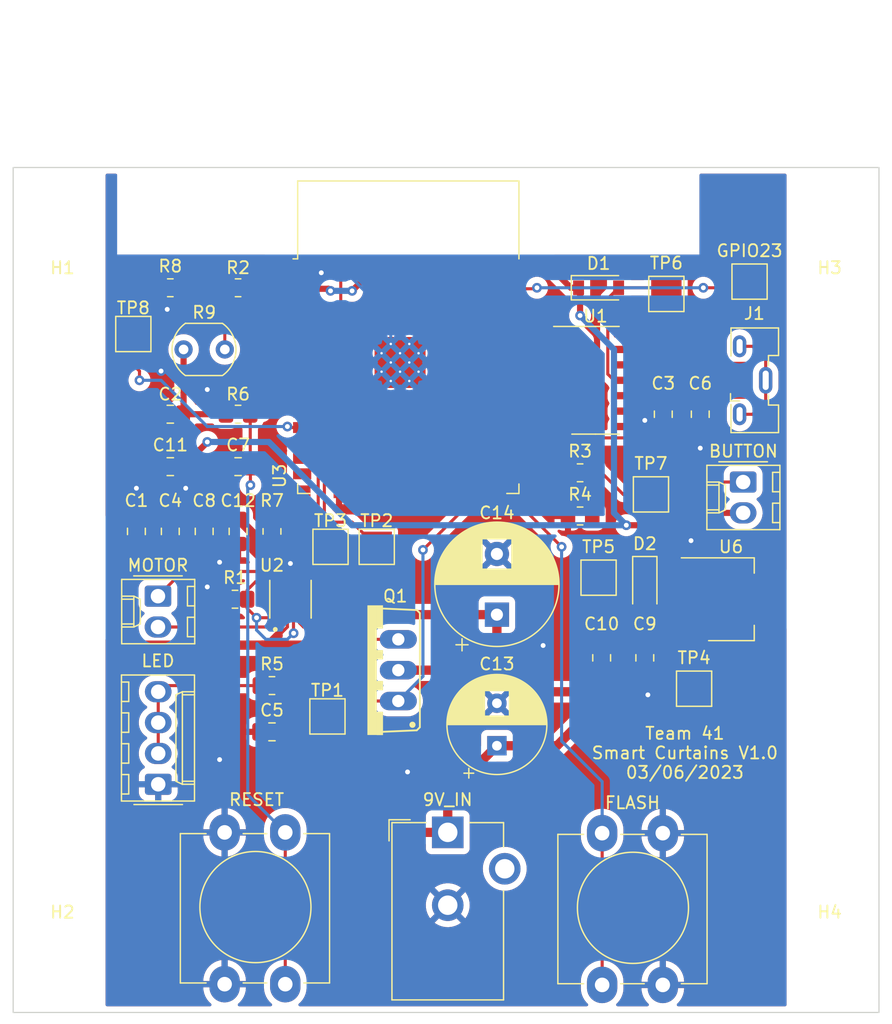
<source format=kicad_pcb>
(kicad_pcb (version 20211014) (generator pcbnew)
  (layers (0 "F.Cu" signal) (31 "B.Cu" signal) (34 "B.Paste" user) (35 "F.Paste" user) (36 "B.SilkS" user "B.Silkscreen") (37 "F.SilkS" user "F.Silkscreen") (38 "B.Mask" user) (39 "F.Mask" user) (44 "Edge.Cuts" user))
  (net 0 "")
  (net 1 "Net-(C3-Pad1)")
  (net 2 "GND")
  (net 3 "+9V")
  (net 4 "/FWD")
  (net 5 "/REV")
  (net 6 "Net-(J1-Pad2)")
  (net 7 "/V_PHOTO")
  (net 8 "Net-(C7-Pad1)")
  (net 9 "+3V3")
  (net 10 "Net-(C10-Pad1)")
  (net 11 "Net-(J1-Pad3)")
  (net 13 "unconnected-(J1-Pad6)")
  (net 14 "Net-(U2-Pad11)")
  (net 15 "/LED")
  (net 16 "/SNS")
  (net 17 "Net-(Q1-PadS)")
  (net 18 "Net-(R2-Pad1)")
  (net 19 "Net-(R3-Pad1)")
  (net 20 "Net-(R7-Pad1)")
  (net 22 "/TXD0")
  (net 23 "/RXD0")
  (net 48 "Net-(C6-Pad1)")
  (net 53 "Net-(SW2-Pad1)")
  (net 56 "Net-(R3-Pad2)")
  (net 57 "Net-(U2-Pad2)")
  (net 58 "Net-(R5-Pad2)")
  (net 59 "Net-(TP8-Pad1)")
  (net 60 "Net-(U3-Pad37)")
  (footprint "Capacitor_SMD:C_0805_2012Metric_Pad1.18x1.45mm_HandSolder" (layer "F.Cu") (at 134.112 97.028 180)
    (fp_text reference "C5")
    (fp_text value "1u")
  )
  (footprint "Resistor_SMD:R_0805_2012Metric_Pad1.20x1.40mm_HandSolder" (layer "F.Cu") (at 131.318 70.866)
    (fp_text reference "R6")
    (fp_text value "10k")
  )
  (footprint "TestPoint:TestPoint_Pad_2.5x2.5mm" (layer "F.Cu") (at 161.036 84.328)
    (fp_text reference "TP5")
    (fp_text value "TestPoint")
  )
  (footprint "Connector_Molex:Molex_KK-254_AE-6410-04A_1x04_P2.54mm_Vertical" (layer "F.Cu") (at 124.734 101.346 90)
    (fp_text reference "J4" hide)
    (fp_text value "LED")
  )
  (footprint "Capacitor_SMD:C_0805_2012Metric_Pad1.18x1.45mm_HandSolder" (layer "F.Cu") (at 164.846 90.932 -90)
    (fp_text reference "C9")
    (fp_text value "10u")
  )
  (footprint "Capacitor_SMD:C_0805_2012Metric_Pad1.18x1.45mm_HandSolder" (layer "F.Cu") (at 166.37 70.866 -90)
    (fp_text reference "C3")
    (fp_text value ".47u")
  )
  (footprint "Capacitor_SMD:C_0805_2012Metric_Pad1.18x1.45mm_HandSolder" (layer "F.Cu") (at 128.524 80.518 -90)
    (fp_text reference "C8")
    (fp_text value "10u")
  )
  (footprint "Button_Switch_THT:SW_PUSH-12mm_Wuerth-430476085716" (layer "F.Cu") (at 130.208 117.81 90)
    (fp_text reference "SW1" hide)
    (fp_text value "RESET")
  )
  (footprint "Capacitor_THT:CP_Radial_D10.0mm_P5.00mm" (layer "F.Cu") (at 152.654 87.376 90)
    (fp_text reference "C14")
    (fp_text value "470u")
  )
  (footprint "TestPoint:TestPoint_Pad_2.5x2.5mm" (layer "F.Cu") (at 138.938 81.788)
    (fp_text reference "TP3")
    (fp_text value "TestPoint")
  )
  (footprint "Package_SO:SOIC-14_3.9x8.7mm_P1.27mm" (layer "F.Cu") (at 160.782 68.072)
    (fp_text reference "U1")
    (fp_text value "MCP2221AxSL")
  )
  (footprint "Capacitor_SMD:C_0805_2012Metric_Pad1.18x1.45mm_HandSolder" (layer "F.Cu") (at 122.936 80.518 -90)
    (fp_text reference "C1")
    (fp_text value ".1u")
  )
  (footprint "TestPoint:TestPoint_Pad_2.5x2.5mm" (layer "F.Cu") (at 166.624 60.96)
    (fp_text reference "TP6")
    (fp_text value "TestPoint")
  )
  (footprint "MountingHole:MountingHole_3.2mm_M3" (layer "F.Cu") (at 180.086 54.61 180)
    (fp_text reference "H3")
    (fp_text value "MountingHole")
  )
  (footprint "Resistor_SMD:R_0805_2012Metric_Pad1.20x1.40mm_HandSolder" (layer "F.Cu") (at 131.064 86.106 180)
    (fp_text reference "R1")
    (fp_text value "1k")
  )
  (footprint "Capacitor_SMD:C_0805_2012Metric_Pad1.18x1.45mm_HandSolder" (layer "F.Cu") (at 169.418 70.866 -90)
    (fp_text reference "C6")
    (fp_text value "1u")
  )
  (footprint "Button_Switch_THT:SW_PUSH-12mm_Wuerth-430476085716" (layer "F.Cu") (at 161.33 117.872 90)
    (fp_text reference "SW2" hide)
    (fp_text value "FLASH")
  )
  (footprint "Diode_SMD:D_SOD-123" (layer "F.Cu") (at 161.036 60.452)
    (fp_text reference "D1")
    (fp_text value "MBR0520")
  )
  (footprint "Resistor_SMD:R_0805_2012Metric_Pad1.20x1.40mm_HandSolder" (layer "F.Cu") (at 159.512 75.692 180)
    (fp_text reference "R3")
    (fp_text value "1k")
  )
  (footprint "Connector_Molex:Molex_KK-254_AE-6410-02A_1x02_P2.54mm_Vertical" (layer "F.Cu") (at 172.954 76.454 -90)
    (fp_text reference "J5" hide)
    (fp_text value "BUTTON")
  )
  (footprint "Capacitor_SMD:C_0805_2012Metric_Pad1.18x1.45mm_HandSolder" (layer "F.Cu") (at 131.318 75.184 180)
    (fp_text reference "C7")
    (fp_text value "1u")
  )
  (footprint "Capacitor_SMD:C_0805_2012Metric_Pad1.18x1.45mm_HandSolder" (layer "F.Cu") (at 161.29 90.932 -90)
    (fp_text reference "C10")
    (fp_text value "22u")
  )
  (footprint "Capacitor_SMD:C_0805_2012Metric_Pad1.18x1.45mm_HandSolder" (layer "F.Cu") (at 125.73 75.184 180)
    (fp_text reference "C11")
    (fp_text value "22u")
  )
  (footprint "Connector_BarrelJack:BarrelJack_CUI_PJ-102AH_Horizontal" (layer "F.Cu") (at 148.602 105.306)
    (fp_text reference "J2" hide)
    (fp_text value "9V_IN")
  )
  (footprint "TestPoint:TestPoint_Pad_2.5x2.5mm" (layer "F.Cu") (at 165.354 77.47)
    (fp_text reference "TP7")
    (fp_text value "TestPoint")
  )
  (footprint "IRF520:TO220BV" (layer "F.Cu") (at 141.986 91.948 90)
    (fp_text reference "Q1")
    (fp_text value "IRF520")
  )
  (footprint "Resistor_SMD:R_0805_2012Metric_Pad1.20x1.40mm_HandSolder" (layer "F.Cu") (at 134.112 93.218 180)
    (fp_text reference "R5")
    (fp_text value "1k")
  )
  (footprint "Resistor_SMD:R_0805_2012Metric_Pad1.20x1.40mm_HandSolder" (layer "F.Cu") (at 131.318 60.452)
    (fp_text reference "R2")
    (fp_text value "1k")
  )
  (footprint "RF_Module:ESP32-WROOM-32" (layer "F.Cu") (at 145.35 67.515)
    (fp_text reference "U3")
    (fp_text value "ESP32-WROOM-32")
  )
  (footprint "Capacitor_SMD:C_0805_2012Metric_Pad1.18x1.45mm_HandSolder" (layer "F.Cu") (at 125.73 80.518 -90)
    (fp_text reference "C4")
    (fp_text value "1u")
  )
  (footprint "Resistor_SMD:R_0805_2012Metric_Pad1.20x1.40mm_HandSolder" (layer "F.Cu") (at 159.512 79.248 180)
    (fp_text reference "R4")
    (fp_text value "1k")
  )
  (footprint "TestPoint:TestPoint_Pad_2.5x2.5mm" (layer "F.Cu") (at 122.682 64.262)
    (fp_text reference "TP8")
    (fp_text value "TestPoint")
  )
  (footprint "TestPoint:TestPoint_Pad_2.5x2.5mm" (layer "F.Cu") (at 168.91 93.472)
    (fp_text reference "TP4")
    (fp_text value "TestPoint")
  )
  (footprint "Diode_SMD:D_SOD-123" (layer "F.Cu") (at 164.846 84.836 -90)
    (fp_text reference "D2")
    (fp_text value "MBR0520")
  )
  (footprint "MAX14872ETC_:SON50P300X300X80-13N" (layer "F.Cu") (at 135.636 86.106 90)
    (fp_text reference "U2")
    (fp_text value "MAX14872ETC+")
  )
  (footprint "MountingHole:MountingHole_3.2mm_M3" (layer "F.Cu") (at 180.086 116.078)
    (fp_text reference "H4")
    (fp_text value "MountingHole")
  )
  (footprint "Resistor_SMD:R_0805_2012Metric_Pad1.20x1.40mm_HandSolder" (layer "F.Cu") (at 125.73 60.452 180)
    (fp_text reference "R8")
    (fp_text value "20k")
  )
  (footprint "MountingHole:MountingHole_3.2mm_M3" (layer "F.Cu") (at 116.84 116.078)
    (fp_text reference "H2")
    (fp_text value "MountingHole")
  )
  (footprint "Capacitor_THT:CP_Radial_D8.0mm_P3.50mm" (layer "F.Cu") (at 152.654 98.172651 90)
    (fp_text reference "C13")
    (fp_text value "220u")
  )
  (footprint "TestPoint:TestPoint_Pad_2.5x2.5mm" (layer "F.Cu") (at 138.684 95.758)
    (fp_text reference "TP1")
    (fp_text value "TestPoint")
  )
  (footprint "Package_TO_SOT_SMD:SOT-223" (layer "F.Cu") (at 171.958 86.106)
    (fp_text reference "U6")
    (fp_text value "AZ1117-3.3")
  )
  (footprint "TestPoint:TestPoint_Pad_2.5x2.5mm" (layer "F.Cu") (at 173.482 59.944)
    (fp_text reference "GPIO23")
    (fp_text value "TestPoint")
  )
  (footprint "TestPoint:TestPoint_Pad_2.5x2.5mm" (layer "F.Cu") (at 142.748 81.788)
    (fp_text reference "TP2")
    (fp_text value "TestPoint")
  )
  (footprint "Connector_Molex:Molex_KK-254_AE-6410-02A_1x02_P2.54mm_Vertical" (layer "F.Cu") (at 124.714 85.852 -90)
    (fp_text reference "J3" hide)
    (fp_text value "MOTOR")
  )
  (footprint "MountingHole:MountingHole_3.2mm_M3" (layer "F.Cu") (at 116.84 54.61 180)
    (fp_text reference "H1")
    (fp_text value "MountingHole")
  )
  (footprint "Capacitor_SMD:C_0805_2012Metric_Pad1.18x1.45mm_HandSolder" (layer "F.Cu") (at 125.73 70.866 180)
    (fp_text reference "C2")
    (fp_text value ".1u")
  )
  (footprint "Capacitor_SMD:C_0805_2012Metric_Pad1.18x1.45mm_HandSolder" (layer "F.Cu") (at 131.318 80.518 -90)
    (fp_text reference "C12")
    (fp_text value "22u")
  )
  (footprint "Resistor_SMD:R_0805_2012Metric_Pad1.20x1.40mm_HandSolder" (layer "F.Cu") (at 134.112 80.518 90)
    (fp_text reference "R7")
    (fp_text value "10k")
  )
  (footprint "Connector_USB:USB_Micro-B_Molex-105133-0031" (layer "F.Cu") (at 173.736 68.072 90)
    (fp_text reference "J1")
    (fp_text value "USB_B_Micro")
  )
  (footprint "OptoDevice:R_LDR_5.1x4.3mm_P3.4mm_Vertical" (layer "F.Cu") (at 126.824 65.532)
    (fp_text reference "R9")
    (fp_text value "R_Photo")
  )
  (gr_rect (start 184.15 50.546) (end 112.776 120.142) (layer "Edge.Cuts") (width 0.1) (fill none))
  (gr_text "Team 41\nSmart Curtains V1.0\n03/06/2023\n\n" (at 168.148 99.568) (layer "F.SilkS") (effects (font (size 1 1))))
  (segment (start 164.084 68.072) (end 163.257 68.072) (width 0.254) (layer "F.Cu") (net 1))
  (segment (start 161.798 61.34) (end 161.798 67.564) (width 0.254) (layer "F.Cu") (net 1))
  (segment (start 166.37 69.8285) (end 165.8405 69.8285) (width 0.254) (layer "F.Cu") (net 1))
  (segment (start 161.798 67.564) (end 162.306 68.072) (width 0.254) (layer "F.Cu") (net 1))
  (segment (start 166.37 60.452) (end 166.624 60.706) (width 0.254) (layer "F.Cu") (net 1))
  (segment (start 165.8405 69.8285) (end 164.084 68.072) (width 0.254) (layer "F.Cu") (net 1))
  (segment (start 162.306 68.072) (end 163.257 68.072) (width 0.254) (layer "F.Cu") (net 1))
  (segment (start 162.686 60.452) (end 166.37 60.452) (width 0.254) (layer "F.Cu") (net 1))
  (segment (start 162.686 60.452) (end 161.798 61.34) (width 0.254) (layer "F.Cu") (net 1))
  (segment (start 136.6485 59.2165) (end 136.6 59.265) (width 0.254) (layer "F.Cu") (net 2))
  (segment (start 135.886 84.661) (end 135.886 83.41652) (width 0.254) (layer "F.Cu") (net 2))
  (segment (start 167.61 66.772) (end 165.1 64.262) (width 0.254) (layer "F.Cu") (net 2))
  (segment (start 172.911 66.772) (end 167.61 66.772) (width 0.254) (layer "F.Cu") (net 2))
  (segment (start 144.67 66.605) (end 145.485 66.605) (width 0.254) (layer "F.Cu") (net 2))
  (segment (start 165.1 64.262) (end 163.257 64.262) (width 0.254) (layer "F.Cu") (net 2))
  (segment (start 135.886 83.41652) (end 135.631016 83.161536) (width 0.254) (layer "F.Cu") (net 2))
  (segment (start 138.176 59.2165) (end 136.6485 59.2165) (width 0.254) (layer "F.Cu") (net 2))
  (via (at 164.846 71.374) (size 0.8) (drill 0.4) (layers "F.Cu" "B.Cu") (net 2))
  (via (at 128.778 68.834) (size 0.8) (drill 0.4) (layers "F.Cu" "B.Cu") (net 2))
  (via (at 129.794 83.058) (size 0.8) (drill 0.4) (layers "F.Cu" "B.Cu") (net 2))
  (via (at 122.936 76.962) (size 0.8) (drill 0.4) (layers "F.Cu" "B.Cu") (net 2))
  (via (at 165.1 93.98) (size 0.8) (drill 0.4) (layers "F.Cu" "B.Cu") (net 2))
  (via (at 124.968 67.31) (size 0.8) (drill 0.4) (layers "F.Cu" "B.Cu") (net 2))
  (via (at 168.656 81.28) (size 0.8) (drill 0.4) (layers "F.Cu" "B.Cu") (net 2))
  (via (at 138.176 59.2165) (size 0.8) (drill 0.4) (layers "F.Cu" "B.Cu") (net 2))
  (via (at 127 76.962) (size 0.8) (drill 0.4) (layers "F.Cu" "B.Cu") (net 2))
  (via (at 145.288 100.33) (size 0.8) (drill 0.4) (layers "F.Cu" "B.Cu") (net 2))
  (via (at 125.476 62.23) (size 0.8) (drill 0.4) (layers "F.Cu" "B.Cu") (net 2))
  (via (at 169.418 73.66) (size 0.8) (drill 0.4) (layers "F.Cu" "B.Cu") (net 2))
  (via (at 128.778 85.09) (size 0.8) (drill 0.4) (layers "F.Cu" "B.Cu") (net 2))
  (via (at 156.464 89.916) (size 0.8) (drill 0.4) (layers "F.Cu" "B.Cu") (net 2))
  (via (at 135.631016 83.161536) (size 0.8) (drill 0.4) (layers "F.Cu" "B.Cu") (net 2))
  (via (at 129.794 99.314) (size 0.8) (drill 0.4) (layers "F.Cu" "B.Cu") (net 2))
  (segment (start 140.254634 59.2165) (end 138.176 59.2165) (width 0.254) (layer "B.Cu") (net 2))
  (segment (start 143.9075 65.08) (end 143.9075 62.869366) (width 0.254) (layer "B.Cu") (net 2))
  (segment (start 143.9075 62.869366) (end 140.254634 59.2165) (width 0.254) (layer "B.Cu") (net 2))
  (segment (start 122.936 79.4805) (end 125.73 79.4805) (width 0.762) (layer "F.Cu") (net 3))
  (segment (start 131.318 79.4805) (end 132.624 80.7865) (width 0.762) (layer "F.Cu") (net 3))
  (segment (start 135.386 83.943948) (end 134.754052 83.312) (width 0.254) (layer "F.Cu") (net 3))
  (segment (start 135.386 84.661) (end 135.386 83.943948) (width 0.254) (layer "F.Cu") (net 3))
  (segment (start 128.524 79.4805) (end 131.318 79.4805) (width 0.762) (layer "F.Cu") (net 3))
  (segment (start 152.654 89.662) (end 152.654 87.376) (width 0.762) (layer "F.Cu") (net 3))
  (segment (start 143.4275 105.306) (end 148.602 105.306) (width 0.762) (layer "F.Cu") (net 3))
  (segment (start 133.858 83.312) (end 133.604 83.058) (width 0.254) (layer "F.Cu") (net 3))
  (segment (start 141.732 87.376) (end 139.221286 89.886714) (width 0.762) (layer "F.Cu") (net 3))
  (segment (start 153.162 91.948) (end 144.526 91.948) (width 0.762) (layer "F.Cu") (net 3))
  (segment (start 132.624 82.078) (end 133.604 83.058) (width 0.762) (layer "F.Cu") (net 3))
  (segment (start 122.398714 89.886714) (end 121.158 88.646) (width 0.762) (layer "F.Cu") (net 3))
  (segment (start 154.051 91.059) (end 153.162 91.948) (width 0.762) (layer "F.Cu") (net 3))
  (segment (start 121.158 80.01) (end 121.6875 79.4805) (width 0.762) (layer "F.Cu") (net 3))
  (segment (start 135.386 88.388) (end 134.674 89.1) (width 0.254) (layer "F.Cu") (net 3))
  (segment (start 152.654 87.376) (end 141.732 87.376) (width 0.762) (layer "F.Cu") (net 3))
  (segment (start 135.386 87.551) (end 135.386 88.388) (width 0.254) (layer "F.Cu") (net 3))
  (segment (start 134.674 89.1) (end 134.62 89.1) (width 0.254) (layer "F.Cu") (net 3))
  (segment (start 154.051 91.059) (end 152.654 89.662) (width 0.762) (layer "F.Cu") (net 3))
  (segment (start 166.3345 88.406) (end 164.846 89.8945) (width 0.762) (layer "F.Cu") (net 3))
  (segment (start 133.320714 89.886714) (end 122.398714 89.886714) (width 0.762) (layer "F.Cu") (net 3))
  (segment (start 163.54 92.238) (end 162.052 93.726) (width 0.762) (layer "F.Cu") (net 3))
  (segment (start 164.846 89.8945) (end 163.54 91.2005) (width 0.762) (layer "F.Cu") (net 3))
  (segment (start 148.602 102.224651) (end 152.654 98.172651) (width 0.762) (layer "F.Cu") (net 3))
  (segment (start 133.320714 89.886714) (end 133.833286 89.886714) (width 0.762) (layer "F.Cu") (net 3))
  (segment (start 162.052 93.726) (end 157.605349 98.172651) (width 0.762) (layer "F.Cu") (net 3))
  (segment (start 156.718 93.726) (end 154.051 91.059) (width 0.762) (layer "F.Cu") (net 3))
  (segment (start 168.808 88.406) (end 166.3345 88.406) (width 0.762) (layer "F.Cu") (net 3))
  (segment (start 133.833286 89.886714) (end 134.62 89.1) (width 0.762) (layer "F.Cu") (net 3))
  (segment (start 148.602 105.306) (end 148.602 102.224651) (width 0.762) (layer "F.Cu") (net 3))
  (segment (start 163.54 91.2005) (end 163.54 92.238) (width 0.762) (layer "F.Cu") (net 3))
  (segment (start 133.320714 89.886714) (end 139.221286 89.886714) (width 0.762) (layer "F.Cu") (net 3))
  (segment (start 135.1495 97.028) (end 143.4275 105.306) (width 0.762) (layer "F.Cu") (net 3))
  (segment (start 134.754052 83.312) (end 133.858 83.312) (width 0.254) (layer "F.Cu") (net 3))
  (segment (start 157.605349 98.172651) (end 152.654 98.172651) (width 0.762) (layer "F.Cu") (net 3))
  (segment (start 132.624 80.7865) (end 132.624 82.078) (width 0.762) (layer "F.Cu") (net 3))
  (segment (start 168.808 88.406) (end 168.808 93.066) (width 0.762) (layer "F.Cu") (net 3))
  (segment (start 162.052 93.726) (end 156.718 93.726) (width 0.762) (layer "F.Cu") (net 3))
  (segment (start 121.6875 79.4805) (end 122.936 79.4805) (width 0.762) (layer "F.Cu") (net 3))
  (segment (start 121.158 88.646) (end 121.158 80.01) (width 0.762) (layer "F.Cu") (net 3))
  (segment (start 125.73 79.4805) (end 128.524 79.4805) (width 0.762) (layer "F.Cu") (net 3))
  (segment (start 136.714297 88.392) (end 138.176 88.392) (width 0.254) (layer "F.Cu") (net 4))
  (segment (start 142.748 81.788) (end 140.716 79.756) (width 0.254) (layer "F.Cu") (net 4))
  (segment (start 142.748 83.82) (end 142.748 81.788) (width 0.254) (layer "F.Cu") (net 4))
  (segment (start 139.192 79.756) (end 138.43 78.994) (width 0.254) (layer "F.Cu") (net 4))
  (segment (start 136.386 87.551) (end 136.386 88.063703) (width 0.254) (layer "F.Cu") (net 4))
  (segment (start 138.43 78.994) (end 138.43 75.438) (width 0.254) (layer "F.Cu") (net 4))
  (segment (start 140.716 79.756) (end 139.192 79.756) (width 0.254) (layer "F.Cu") (net 4))
  (segment (start 141.532 72.336) (end 148.39 72.336) (width 0.254) (layer "F.Cu") (net 4))
  (segment (start 138.43 75.438) (end 141.532 72.336) (width 0.254) (layer "F.Cu") (net 4))
  (segment (start 151.301 69.425) (end 154.1 69.425) (width 0.254) (layer "F.Cu") (net 4))
  (segment (start 138.176 88.392) (end 142.748 83.82) (width 0.254) (layer "F.Cu") (net 4))
  (segment (start 136.386 88.063703) (end 136.714297 88.392) (width 0.254) (layer "F.Cu") (net 4))
  (segment (start 148.39 72.336) (end 151.301 69.425) (width 0.254) (layer "F.Cu") (net 4))
  (segment (start 138.938 86.36) (end 138.938 81.788) (width 0.254) (layer "F.Cu") (net 5))
  (segment (start 137.747 87.551) (end 138.938 86.36) (width 0.254) (layer "F.Cu") (net 5))
  (segment (start 137.922 80.772) (end 137.922 75.184) (width 0.254) (layer "F.Cu") (net 5))
  (segment (start 138.938 81.788) (end 137.922 80.772) (width 0.254) (layer "F.Cu") (net 5))
  (segment (start 136.886 87.551) (end 137.747 87.551) (width 0.254) (layer "F.Cu") (net 5))
  (segment (start 151.809 68.155) (end 154.1 68.155) (width 0.254) (layer "F.Cu") (net 5))
  (segment (start 141.224 71.882) (end 148.082 71.882) (width 0.254) (layer "F.Cu") (net 5))
  (segment (start 148.082 71.882) (end 151.809 68.155) (width 0.254) (layer "F.Cu") (net 5))
  (segment (start 137.922 75.184) (end 141.224 71.882) (width 0.254) (layer "F.Cu") (net 5))
  (segment (start 166.766 68.722) (end 164.846 66.802) (width 0.254) (layer "F.Cu") (net 6))
  (segment (start 164.846 66.802) (end 163.257 66.802) (width 0.254) (layer "F.Cu") (net 6))
  (segment (start 172.911 68.722) (end 166.766 68.722) (width 0.254) (layer "F.Cu") (net 6))
  (segment (start 138.938 58.166) (end 139.783 59.011) (width 0.254) (layer "F.Cu") (net 7))
  (segment (start 138.938 63.075) (end 136.6 63.075) (width 0.25) (layer "F.Cu") (net 7))
  (segment (start 139.783 59.436) (end 139.783 62.23) (width 0.25) (layer "F.Cu") (net 7))
  (segment (start 132.318 60.452) (end 132.318 60.128) (width 0.254) (layer "F.Cu") (net 7))
  (segment (start 139.783 62.23) (end 138.938 63.075) (width 0.25) (layer "F.Cu") (net 7))
  (segment (start 132.318 60.128) (end 134.28 58.166) (width 0.254) (layer "F.Cu") (net 7))
  (segment (start 134.28 58.166) (end 138.938 58.166) (width 0.254) (layer "F.Cu") (net 7))
  (segment (start 139.783 59.011) (end 139.783 59.436) (width 0.254) (layer "F.Cu") (net 7))
  (segment (start 132.318 70.866) (end 133.35 70.866) (width 0.254) (layer "F.Cu") (net 8))
  (segment (start 134.112 70.104) (end 134.112 62.738) (width 0.254) (layer "F.Cu") (net 8))
  (segment (start 132.318 70.866) (end 132.318 75.1465) (width 0.254) (layer "F.Cu") (net 8))
  (segment (start 135.208 105.31) (end 135.208 117.81) (width 0.254) (layer "F.Cu") (net 8))
  (segment (start 135.465 61.805) (end 136.6 61.805) (width 0.25) (layer "F.Cu") (net 8))
  (segment (start 134.112 62.738) (end 135.045 61.805) (width 0.254) (layer "F.Cu") (net 8))
  (segment (start 133.35 70.866) (end 134.112 70.104) (width 0.254) (layer "F.Cu") (net 8))
  (segment (start 135.045 61.805) (end 135.465 61.805) (width 0.254) (layer "F.Cu") (net 8))
  (segment (start 132.318 75.1465) (end 132.3555 75.184) (width 0.254) (layer "F.Cu") (net 8))
  (segment (start 132.334 75.2055) (end 132.3555 75.184) (width 0.254) (layer "F.Cu") (net 8))
  (segment (start 132.334 76.708) (end 132.334 75.2055) (width 0.254) (layer "F.Cu") (net 8))
  (via (at 132.334 76.708) (size 0.8) (drill 0.4) (layers "F.Cu" "B.Cu") (net 8))
  (segment (start 132.334 76.708) (end 132.115 76.927) (width 0.254) (layer "B.Cu") (net 8))
  (segment (start 132.115 76.927) (end 132.115 102.217) (width 0.254) (layer "B.Cu") (net 8))
  (segment (start 132.115 102.217) (end 135.208 105.31) (width 0.254) (layer "B.Cu") (net 8))
  (segment (start 168.402 78.994) (end 172.954 78.994) (width 0.508) (layer "F.Cu") (net 9))
  (segment (start 128.778 73.152) (end 128.778 73.1735) (width 0.508) (layer "F.Cu") (net 9))
  (segment (start 128.778 73.1735) (end 126.7675 75.184) (width 0.508) (layer "F.Cu") (net 9))
  (segment (start 132.842 68.342) (end 132.842 62.484) (width 0.508) (layer "F.Cu") (net 9))
  (segment (start 126.824 65.532) (end 126.824 70.8095) (width 0.508) (layer "F.Cu") (net 9))
  (segment (start 126.824 70.8095) (end 126.7675 70.866) (width 0.508) (layer "F.Cu") (net 9))
  (segment (start 159.512 62.738) (end 159.512 60.578) (width 0.508) (layer "F.Cu") (net 9))
  (segment (start 126.7675 70.866) (end 126.7675 75.184) (width 0.508) (layer "F.Cu") (net 9))
  (segment (start 136.6 60.535) (end 138.767 60.535) (width 0.508) (layer "F.Cu") (net 9))
  (segment (start 167.386 80.01) (end 163.322 80.01) (width 0.508) (layer "F.Cu") (net 9))
  (segment (start 158.75 60.452) (end 159.386 60.452) (width 0.508) (layer "F.Cu") (net 9))
  (segment (start 140.716 60.706) (end 143.256 58.166) (width 0.508) (layer "F.Cu") (net 9))
  (segment (start 164.846 83.186) (end 164.846 82.55) (width 0.508) (layer "F.Cu") (net 9))
  (segment (start 132.842 62.484) (end 134.791 60.535) (width 0.508) (layer "F.Cu") (net 9))
  (segment (start 159.512 60.578) (end 159.386 60.452) (width 0.508) (layer "F.Cu") (net 9))
  (segment (start 167.386 80.01) (end 168.402 78.994) (width 0.508) (layer "F.Cu") (net 9))
  (segment (start 134.791 60.535) (end 136.6 60.535) (width 0.508) (layer "F.Cu") (net 9))
  (segment (start 126.7675 70.866) (end 130.318 70.866) (width 0.508) (layer "F.Cu") (net 9))
  (segment (start 143.256 58.166) (end 156.464 58.166) (width 0.508) (layer "F.Cu") (net 9))
  (segment (start 130.318 70.866) (end 132.842 68.342) (width 0.508) (layer "F.Cu") (net 9))
  (segment (start 164.846 82.55) (end 167.386 80.01) (width 0.508) (layer "F.Cu") (net 9))
  (segment (start 156.464 58.166) (end 158.75 60.452) (width 0.508) (layer "F.Cu") (net 9))
  (segment (start 138.767 60.535) (end 138.938 60.706) (width 0.508) (layer "F.Cu") (net 9))
  (via (at 163.322 80.01) (size 0.8) (drill 0.4) (layers "F.Cu" "B.Cu") (net 9))
  (via (at 138.938 60.706) (size 0.8) (drill 0.4) (layers "F.Cu" "B.Cu") (net 9))
  (via (at 128.778 73.152) (size 0.8) (drill 0.4) (layers "F.Cu" "B.Cu") (net 9))
  (via (at 140.716 60.706) (size 0.8) (drill 0.4) (layers "F.Cu" "B.Cu") (net 9))
  (via (at 159.512 62.738) (size 0.8) (drill 0.4) (layers "F.Cu" "B.Cu") (net 9))
  (segment (start 162.306 78.994) (end 162.306 65.532) (width 0.508) (layer "B.Cu") (net 9))
  (segment (start 163.322 80.01) (end 140.716 80.01) (width 0.508) (layer "B.Cu") (net 9))
  (segment (start 163.322 80.01) (end 162.306 78.994) (width 0.508) (layer "B.Cu") (net 9))
  (segment (start 140.716 80.01) (end 133.858 73.152) (width 0.508) (layer "B.Cu") (net 9))
  (segment (start 138.938 60.706) (end 140.716 60.706) (width 0.508) (layer "B.Cu") (net 9))
  (segment (start 162.306 65.532) (end 159.512 62.738) (width 0.508) (layer "B.Cu") (net 9))
  (segment (start 133.858 73.152) (end 128.778 73.152) (width 0.508) (layer "B.Cu") (net 9))
  (segment (start 162.688 84.328) (end 164.846 86.486) (width 0.508) (layer "F.Cu") (net 10))
  (segment (start 164.846 86.486) (end 168.428 86.486) (width 0.508) (layer "F.Cu") (net 10))
  (segment (start 161.29 89.8945) (end 161.036 89.6405) (width 0.508) (layer "F.Cu") (net 10))
  (segment (start 168.428 86.486) (end 168.808 86.106) (width 0.508) (layer "F.Cu") (net 10))
  (segment (start 161.036 84.328) (end 162.688 84.328) (width 0.508) (layer "F.Cu") (net 10))
  (segment (start 161.036 89.6405) (end 161.036 84.328) (width 0.508) (layer "F.Cu") (net 10))
  (segment (start 164.592 65.532) (end 167.132 68.072) (width 0.254) (layer "F.Cu") (net 11))
  (segment (start 167.132 68.072) (end 172.911 68.072) (width 0.254) (layer "F.Cu") (net 11))
  (segment (start 163.257 65.532) (end 164.592 65.532) (width 0.254) (layer "F.Cu") (net 11))
  (segment (start 173.73 65.272) (end 172.661 65.272) (width 0.254) (layer "F.Cu") (net 13))
  (segment (start 173.73 70.872) (end 174.811 69.791) (width 0.254) (layer "F.Cu") (net 13))
  (segment (start 172.661 70.872) (end 173.73 70.872) (width 0.254) (layer "F.Cu") (net 13))
  (segment (start 174.811 69.791) (end 174.811 68.072) (width 0.254) (layer "F.Cu") (net 13))
  (segment (start 174.811 66.353) (end 173.73 65.272) (width 0.254) (layer "F.Cu") (net 13))
  (segment (start 174.811 68.072) (end 174.811 66.353) (width 0.254) (layer "F.Cu") (net 13))
  (segment (start 124.714 85.852) (end 126.746 83.82) (width 0.254) (layer "F.Cu") (net 14))
  (segment (start 134.62 83.82) (end 134.886 84.086) (width 0.254) (layer "F.Cu") (net 14))
  (segment (start 134.886 84.086) (end 134.886 84.661) (width 0.254) (layer "F.Cu") (net 14))
  (segment (start 126.746 83.82) (end 134.62 83.82) (width 0.254) (layer "F.Cu") (net 14))
  (segment (start 150.368 78.232) (end 151.638 78.232) (width 0.254) (layer "F.Cu") (net 15))
  (segment (start 153.079 71.965) (end 154.1 71.965) (width 0.254) (layer "F.Cu") (net 15))
  (segment (start 152.4 72.644) (end 153.079 71.965) (width 0.254) (layer "F.Cu") (net 15))
  (segment (start 146.558 82.042) (end 150.368 78.232) (width 0.254) (layer "F.Cu") (net 15))
  (segment (start 138.684 95.758) (end 140.716 95.758) (width 0.254) (layer "F.Cu") (net 15))
  (segment (start 151.638 78.232) (end 152.4 77.47) (width 0.254) (layer "F.Cu") (net 15))
  (segment (start 140.716 95.758) (end 141.986 94.488) (width 0.254) (layer "F.Cu") (net 15))
  (segment (start 141.986 94.488) (end 144.526 94.488) (width 0.254) (layer "F.Cu") (net 15))
  (segment (start 152.4 77.47) (end 152.4 72.644) (width 0.254) (layer "F.Cu") (net 15))
  (via (at 146.558 82.042) (size 0.8) (drill 0.4) (layers "F.Cu" "B.Cu") (net 15))
  (segment (start 146.558 92.456) (end 146.558 82.042) (width 0.254) (layer "B.Cu") (net 15))
  (segment (start 144.526 94.488) (end 146.558 92.456) (width 0.254) (layer "B.Cu") (net 15))
  (segment (start 132.064 86.852) (end 132.842 87.63) (width 0.254) (layer "F.Cu") (net 16))
  (segment (start 135.886 87.551) (end 135.886 88.896) (width 0.254) (layer "F.Cu") (net 16))
  (segment (start 135.886 88.896) (end 135.895714 88.905714) (width 0.254) (layer "F.Cu") (net 16))
  (segment (start 132.064 86.106) (end 132.064 85.36) (width 0.254) (layer "F.Cu") (net 16))
  (segment (start 132.842 87.63) (end 134.307 87.63) (width 0.254) (layer "F.Cu") (net 16))
  (segment (start 132.763 84.661) (end 134.386 84.661) (width 0.254) (layer "F.Cu") (net 16))
  (segment (start 132.064 86.106) (end 132.064 86.852) (width 0.254) (layer "F.Cu") (net 16))
  (segment (start 134.307 87.63) (end 134.386 87.551) (width 0.254) (layer "F.Cu") (net 16))
  (segment (start 132.064 85.36) (end 132.763 84.661) (width 0.254) (layer "F.Cu") (net 16))
  (via (at 132.842 87.63) (size 0.8) (drill 0.4) (layers "F.Cu" "B.Cu") (net 16))
  (via (at 135.895714 88.905714) (size 0.8) (drill 0.4) (layers "F.Cu" "B.Cu") (net 16))
  (segment (start 135.382 89.408) (end 133.604 89.408) (width 0.254) (layer "B.Cu") (net 16))
  (segment (start 132.842 88.646) (end 132.842 87.63) (width 0.254) (layer "B.Cu") (net 16))
  (segment (start 135.884286 88.905714) (end 135.382 89.408) (width 0.254) (layer "B.Cu") (net 16))
  (segment (start 133.604 89.408) (end 132.842 88.646) (width 0.254) (layer "B.Cu") (net 16))
  (segment (start 135.895714 88.905714) (end 135.884286 88.905714) (width 0.254) (layer "B.Cu") (net 16))
  (segment (start 135.112 93.218) (end 137.414 93.218) (width 0.254) (layer "F.Cu") (net 17))
  (segment (start 137.414 93.218) (end 141.224 89.408) (width 0.254) (layer "F.Cu") (net 17))
  (segment (start 141.224 89.408) (end 144.526 89.408) (width 0.254) (layer "F.Cu") (net 17))
  (segment (start 126.73 60.452) (end 130.318 60.452) (width 0.25) (layer "F.Cu") (net 18))
  (segment (start 130.224 60.546) (end 130.318 60.452) (width 0.25) (layer "F.Cu") (net 18))
  (segment (start 130.224 65.532) (end 130.224 60.546) (width 0.25) (layer "F.Cu") (net 18))
  (segment (start 163.068 77.47) (end 165.354 77.47) (width 0.254) (layer "F.Cu") (net 19))
  (segment (start 166.878 77.47) (end 167.894 76.454) (width 0.254) (layer "F.Cu") (net 19))
  (segment (start 165.354 77.47) (end 166.878 77.47) (width 0.254) (layer "F.Cu") (net 19))
  (segment (start 161.29 75.692) (end 163.068 77.47) (width 0.254) (layer "F.Cu") (net 19))
  (segment (start 167.894 76.454) (end 172.954 76.454) (width 0.254) (layer "F.Cu") (net 19))
  (segment (start 160.512 75.692) (end 161.29 75.692) (width 0.254) (layer "F.Cu") (net 19))
  (segment (start 160.512 75.692) (end 160.512 79.248) (width 0.254) (layer "F.Cu") (net 19))
  (segment (start 136.386 84.661) (end 136.386 82.665) (width 0.254) (layer "F.Cu") (net 20))
  (segment (start 135.239 81.518) (end 134.112 81.518) (width 0.254) (layer "F.Cu") (net 20))
  (segment (start 136.386 82.665) (end 135.239 81.518) (width 0.254) (layer "F.Cu") (net 20))
  (segment (start 155.277 63.075) (end 154.1 63.075) (width 0.254) (layer "F.Cu") (net 22))
  (segment (start 158.307 69.342) (end 156.972 69.342) (width 0.254) (layer "F.Cu") (net 22))
  (segment (start 156.972 69.342) (end 156.21 68.58) (width 0.254) (layer "F.Cu") (net 22))
  (segment (start 156.21 64.008) (end 155.277 63.075) (width 0.254) (layer "F.Cu") (net 22))
  (segment (start 156.21 68.58) (end 156.21 64.008) (width 0.254) (layer "F.Cu") (net 22))
  (segment (start 155.702 70.104) (end 156.21 70.612) (width 0.254) (layer "F.Cu") (net 23))
  (segment (start 154.1 64.345) (end 155.023 64.345) (width 0.254) (layer "F.Cu") (net 23))
  (segment (start 155.702 65.024) (end 155.702 70.104) (width 0.254) (layer "F.Cu") (net 23))
  (segment (start 155.023 64.345) (end 155.702 65.024) (width 0.254) (layer "F.Cu") (net 23))
  (segment (start 156.21 70.612) (end 158.307 70.612) (width 0.254) (layer "F.Cu") (net 23))
  (segment (start 172.911 69.372) (end 170.912 69.372) (width 0.254) (layer "F.Cu") (net 48))
  (segment (start 159.512 64.262) (end 158.307 64.262) (width 0.254) (layer "F.Cu") (net 48))
  (segment (start 168.366 70.14) (end 168.366 72.39) (width 0.254) (layer "F.Cu") (net 48))
  (segment (start 169.418 69.8285) (end 168.6775 69.8285) (width 0.254) (layer "F.Cu") (net 48))
  (segment (start 169.4395 69.85) (end 169.418 69.8285) (width 0.254) (layer "F.Cu") (net 48))
  (segment (start 168.6775 69.8285) (end 168.366 70.14) (width 0.254) (layer "F.Cu") (net 48))
  (segment (start 160.02 64.77) (end 159.512 64.262) (width 0.254) (layer "F.Cu") (net 48))
  (segment (start 168.366 72.39) (end 167.938 72.818) (width 0.254) (layer "F.Cu") (net 48))
  (segment (start 170.434 69.85) (end 169.4395 69.85) (width 0.254) (layer "F.Cu") (net 48))
  (segment (start 167.938 72.818) (end 160.702 72.818) (width 0.254) (layer "F.Cu") (net 48))
  (segment (start 160.02 72.136) (end 160.02 64.77) (width 0.254) (layer "F.Cu") (net 48))
  (segment (start 170.912 69.372) (end 170.434 69.85) (width 0.254) (layer "F.Cu") (net 48))
  (segment (start 160.702 72.818) (end 160.02 72.136) (width 0.254) (layer "F.Cu") (net 48))
  (segment (start 154.1 77.9) (end 154.1 75.775) (width 0.254) (layer "F.Cu") (net 53))
  (segment (start 157.988 81.788) (end 154.1 77.9) (width 0.254) (layer "F.Cu") (net 53))
  (segment (start 161.33 117.872) (end 161.33 105.372) (width 0.254) (layer "F.Cu") (net 53))
  (via (at 157.988 81.788) (size 0.8) (drill 0.4) (layers "F.Cu" "B.Cu") (net 53))
  (segment (start 157.988 97.79) (end 157.988 81.788) (width 0.254) (layer "B.Cu") (net 53))
  (segment (start 157.988 97.79) (end 161.33 101.132) (width 0.254) (layer "B.Cu") (net 53))
  (segment (start 161.33 101.132) (end 161.33 105.372) (width 0.254) (layer "B.Cu") (net 53))
  (segment (start 154.769 73.235) (end 157.226 75.692) (width 0.254) (layer "F.Cu") (net 56))
  (segment (start 154.1 73.235) (end 154.769 73.235) (width 0.254) (layer "F.Cu") (net 56))
  (segment (start 157.226 75.692) (end 158.512 75.692) (width 0.254) (layer "F.Cu") (net 56))
  (segment (start 134.886 88.126) (end 134.886 87.551) (width 0.254) (layer "F.Cu") (net 57))
  (segment (start 134.62 88.392) (end 134.886 88.126) (width 0.254) (layer "F.Cu") (net 57))
  (segment (start 124.714 88.392) (end 134.62 88.392) (width 0.254) (layer "F.Cu") (net 57))
  (segment (start 124.734 93.706) (end 125.222 93.218) (width 0.254) (layer "F.Cu") (net 58))
  (segment (start 124.734 98.806) (end 124.734 96.266) (width 0.254) (layer "F.Cu") (net 58))
  (segment (start 124.734 93.726) (end 124.734 93.706) (width 0.254) (layer "F.Cu") (net 58))
  (segment (start 124.734 96.266) (end 124.734 93.726) (width 0.254) (layer "F.Cu") (net 58))
  (segment (start 125.222 93.218) (end 133.112 93.218) (width 0.254) (layer "F.Cu") (net 58))
  (segment (start 136.6 71.965) (end 135.465 71.965) (width 0.254) (layer "F.Cu") (net 59))
  (segment (start 123.19 68.072) (end 123.19 67.31) (width 0.254) (layer "F.Cu") (net 59))
  (segment (start 123.19 67.31) (end 122.682 66.802) (width 0.254) (layer "F.Cu") (net 59))
  (segment (start 122.682 66.802) (end 122.682 65.278) (width 0.254) (layer "F.Cu") (net 59))
  (segment (start 135.465 71.965) (end 135.382 71.882) (width 0.254) (layer "F.Cu") (net 59))
  (via (at 123.19 68.072) (size 0.8) (drill 0.4) (layers "F.Cu" "B.Cu") (net 59))
  (via (at 135.382 71.882) (size 0.8) (drill 0.4) (layers "F.Cu" "B.Cu") (net 59))
  (segment (start 124.968 68.072) (end 123.19 68.072) (width 0.254) (layer "B.Cu") (net 59))
  (segment (start 128.778 71.882) (end 124.968 68.072) (width 0.254) (layer "B.Cu") (net 59))
  (segment (start 135.382 71.882) (end 128.778 71.882) (width 0.254) (layer "B.Cu") (net 59))
  (segment (start 155.873 60.535) (end 155.956 60.452) (width 0.254) (layer "F.Cu") (net 60))
  (segment (start 154.1 60.535) (end 155.873 60.535) (width 0.254) (layer "F.Cu") (net 60))
  (segment (start 169.672 60.452) (end 172.974 60.452) (width 0.254) (layer "F.Cu") (net 60))
  (via (at 169.672 60.452) (size 0.8) (drill 0.4) (layers "F.Cu" "B.Cu") (net 60))
  (via (at 155.956 60.452) (size 0.8) (drill 0.4) (layers "F.Cu" "B.Cu") (net 60))
  (segment (start 155.956 60.452) (end 169.672 60.452) (width 0.254) (layer "B.Cu") (net 60))
  (zone (net 2) (net_name "GND") (layers F&B.Cu) (connect_pads (clearance 0.508)) (min_thickness 0.254) (fill yes (thermal_gap 0.508) (thermal_bridge_width 0.508))
    (polygon (pts (xy 176.53 119.634) (xy 120.396 119.634) (xy 120.396 51.054) (xy 176.53 51.054)))
  )
)
</source>
